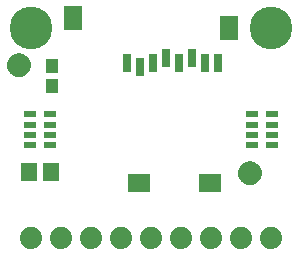
<source format=gbr>
G04 EAGLE Gerber RS-274X export*
G75*
%MOMM*%
%FSLAX34Y34*%
%LPD*%
%INSoldermask Top*%
%IPPOS*%
%AMOC8*
5,1,8,0,0,1.08239X$1,22.5*%
G01*
%ADD10C,3.617600*%
%ADD11C,1.101600*%
%ADD12C,0.500000*%
%ADD13R,1.501600X2.001600*%
%ADD14R,1.901600X1.501600*%
%ADD15R,0.801600X1.601600*%
%ADD16C,1.879600*%
%ADD17R,1.341600X1.601600*%
%ADD18R,1.101600X1.176600*%
%ADD19R,1.001600X0.551600*%


D10*
X25400Y203200D03*
X228600Y203200D03*
D11*
X15240Y171450D03*
D12*
X15240Y178950D02*
X15059Y178948D01*
X14878Y178941D01*
X14697Y178930D01*
X14516Y178915D01*
X14336Y178895D01*
X14156Y178871D01*
X13977Y178843D01*
X13799Y178810D01*
X13622Y178773D01*
X13445Y178732D01*
X13270Y178687D01*
X13095Y178637D01*
X12922Y178583D01*
X12751Y178525D01*
X12580Y178463D01*
X12412Y178396D01*
X12245Y178326D01*
X12079Y178252D01*
X11916Y178173D01*
X11755Y178091D01*
X11595Y178005D01*
X11438Y177915D01*
X11283Y177821D01*
X11130Y177724D01*
X10980Y177622D01*
X10832Y177518D01*
X10686Y177409D01*
X10544Y177298D01*
X10404Y177182D01*
X10267Y177064D01*
X10132Y176942D01*
X10001Y176817D01*
X9873Y176689D01*
X9748Y176558D01*
X9626Y176423D01*
X9508Y176286D01*
X9392Y176146D01*
X9281Y176004D01*
X9172Y175858D01*
X9068Y175710D01*
X8966Y175560D01*
X8869Y175407D01*
X8775Y175252D01*
X8685Y175095D01*
X8599Y174935D01*
X8517Y174774D01*
X8438Y174611D01*
X8364Y174445D01*
X8294Y174278D01*
X8227Y174110D01*
X8165Y173939D01*
X8107Y173768D01*
X8053Y173595D01*
X8003Y173420D01*
X7958Y173245D01*
X7917Y173068D01*
X7880Y172891D01*
X7847Y172713D01*
X7819Y172534D01*
X7795Y172354D01*
X7775Y172174D01*
X7760Y171993D01*
X7749Y171812D01*
X7742Y171631D01*
X7740Y171450D01*
X15240Y178950D02*
X15421Y178948D01*
X15602Y178941D01*
X15783Y178930D01*
X15964Y178915D01*
X16144Y178895D01*
X16324Y178871D01*
X16503Y178843D01*
X16681Y178810D01*
X16858Y178773D01*
X17035Y178732D01*
X17210Y178687D01*
X17385Y178637D01*
X17558Y178583D01*
X17729Y178525D01*
X17900Y178463D01*
X18068Y178396D01*
X18235Y178326D01*
X18401Y178252D01*
X18564Y178173D01*
X18725Y178091D01*
X18885Y178005D01*
X19042Y177915D01*
X19197Y177821D01*
X19350Y177724D01*
X19500Y177622D01*
X19648Y177518D01*
X19794Y177409D01*
X19936Y177298D01*
X20076Y177182D01*
X20213Y177064D01*
X20348Y176942D01*
X20479Y176817D01*
X20607Y176689D01*
X20732Y176558D01*
X20854Y176423D01*
X20972Y176286D01*
X21088Y176146D01*
X21199Y176004D01*
X21308Y175858D01*
X21412Y175710D01*
X21514Y175560D01*
X21611Y175407D01*
X21705Y175252D01*
X21795Y175095D01*
X21881Y174935D01*
X21963Y174774D01*
X22042Y174611D01*
X22116Y174445D01*
X22186Y174278D01*
X22253Y174110D01*
X22315Y173939D01*
X22373Y173768D01*
X22427Y173595D01*
X22477Y173420D01*
X22522Y173245D01*
X22563Y173068D01*
X22600Y172891D01*
X22633Y172713D01*
X22661Y172534D01*
X22685Y172354D01*
X22705Y172174D01*
X22720Y171993D01*
X22731Y171812D01*
X22738Y171631D01*
X22740Y171450D01*
X22738Y171269D01*
X22731Y171088D01*
X22720Y170907D01*
X22705Y170726D01*
X22685Y170546D01*
X22661Y170366D01*
X22633Y170187D01*
X22600Y170009D01*
X22563Y169832D01*
X22522Y169655D01*
X22477Y169480D01*
X22427Y169305D01*
X22373Y169132D01*
X22315Y168961D01*
X22253Y168790D01*
X22186Y168622D01*
X22116Y168455D01*
X22042Y168289D01*
X21963Y168126D01*
X21881Y167965D01*
X21795Y167805D01*
X21705Y167648D01*
X21611Y167493D01*
X21514Y167340D01*
X21412Y167190D01*
X21308Y167042D01*
X21199Y166896D01*
X21088Y166754D01*
X20972Y166614D01*
X20854Y166477D01*
X20732Y166342D01*
X20607Y166211D01*
X20479Y166083D01*
X20348Y165958D01*
X20213Y165836D01*
X20076Y165718D01*
X19936Y165602D01*
X19794Y165491D01*
X19648Y165382D01*
X19500Y165278D01*
X19350Y165176D01*
X19197Y165079D01*
X19042Y164985D01*
X18885Y164895D01*
X18725Y164809D01*
X18564Y164727D01*
X18401Y164648D01*
X18235Y164574D01*
X18068Y164504D01*
X17900Y164437D01*
X17729Y164375D01*
X17558Y164317D01*
X17385Y164263D01*
X17210Y164213D01*
X17035Y164168D01*
X16858Y164127D01*
X16681Y164090D01*
X16503Y164057D01*
X16324Y164029D01*
X16144Y164005D01*
X15964Y163985D01*
X15783Y163970D01*
X15602Y163959D01*
X15421Y163952D01*
X15240Y163950D01*
X15059Y163952D01*
X14878Y163959D01*
X14697Y163970D01*
X14516Y163985D01*
X14336Y164005D01*
X14156Y164029D01*
X13977Y164057D01*
X13799Y164090D01*
X13622Y164127D01*
X13445Y164168D01*
X13270Y164213D01*
X13095Y164263D01*
X12922Y164317D01*
X12751Y164375D01*
X12580Y164437D01*
X12412Y164504D01*
X12245Y164574D01*
X12079Y164648D01*
X11916Y164727D01*
X11755Y164809D01*
X11595Y164895D01*
X11438Y164985D01*
X11283Y165079D01*
X11130Y165176D01*
X10980Y165278D01*
X10832Y165382D01*
X10686Y165491D01*
X10544Y165602D01*
X10404Y165718D01*
X10267Y165836D01*
X10132Y165958D01*
X10001Y166083D01*
X9873Y166211D01*
X9748Y166342D01*
X9626Y166477D01*
X9508Y166614D01*
X9392Y166754D01*
X9281Y166896D01*
X9172Y167042D01*
X9068Y167190D01*
X8966Y167340D01*
X8869Y167493D01*
X8775Y167648D01*
X8685Y167805D01*
X8599Y167965D01*
X8517Y168126D01*
X8438Y168289D01*
X8364Y168455D01*
X8294Y168622D01*
X8227Y168790D01*
X8165Y168961D01*
X8107Y169132D01*
X8053Y169305D01*
X8003Y169480D01*
X7958Y169655D01*
X7917Y169832D01*
X7880Y170009D01*
X7847Y170187D01*
X7819Y170366D01*
X7795Y170546D01*
X7775Y170726D01*
X7760Y170907D01*
X7749Y171088D01*
X7742Y171269D01*
X7740Y171450D01*
D11*
X210820Y80010D03*
D12*
X210820Y87510D02*
X210639Y87508D01*
X210458Y87501D01*
X210277Y87490D01*
X210096Y87475D01*
X209916Y87455D01*
X209736Y87431D01*
X209557Y87403D01*
X209379Y87370D01*
X209202Y87333D01*
X209025Y87292D01*
X208850Y87247D01*
X208675Y87197D01*
X208502Y87143D01*
X208331Y87085D01*
X208160Y87023D01*
X207992Y86956D01*
X207825Y86886D01*
X207659Y86812D01*
X207496Y86733D01*
X207335Y86651D01*
X207175Y86565D01*
X207018Y86475D01*
X206863Y86381D01*
X206710Y86284D01*
X206560Y86182D01*
X206412Y86078D01*
X206266Y85969D01*
X206124Y85858D01*
X205984Y85742D01*
X205847Y85624D01*
X205712Y85502D01*
X205581Y85377D01*
X205453Y85249D01*
X205328Y85118D01*
X205206Y84983D01*
X205088Y84846D01*
X204972Y84706D01*
X204861Y84564D01*
X204752Y84418D01*
X204648Y84270D01*
X204546Y84120D01*
X204449Y83967D01*
X204355Y83812D01*
X204265Y83655D01*
X204179Y83495D01*
X204097Y83334D01*
X204018Y83171D01*
X203944Y83005D01*
X203874Y82838D01*
X203807Y82670D01*
X203745Y82499D01*
X203687Y82328D01*
X203633Y82155D01*
X203583Y81980D01*
X203538Y81805D01*
X203497Y81628D01*
X203460Y81451D01*
X203427Y81273D01*
X203399Y81094D01*
X203375Y80914D01*
X203355Y80734D01*
X203340Y80553D01*
X203329Y80372D01*
X203322Y80191D01*
X203320Y80010D01*
X210820Y87510D02*
X211001Y87508D01*
X211182Y87501D01*
X211363Y87490D01*
X211544Y87475D01*
X211724Y87455D01*
X211904Y87431D01*
X212083Y87403D01*
X212261Y87370D01*
X212438Y87333D01*
X212615Y87292D01*
X212790Y87247D01*
X212965Y87197D01*
X213138Y87143D01*
X213309Y87085D01*
X213480Y87023D01*
X213648Y86956D01*
X213815Y86886D01*
X213981Y86812D01*
X214144Y86733D01*
X214305Y86651D01*
X214465Y86565D01*
X214622Y86475D01*
X214777Y86381D01*
X214930Y86284D01*
X215080Y86182D01*
X215228Y86078D01*
X215374Y85969D01*
X215516Y85858D01*
X215656Y85742D01*
X215793Y85624D01*
X215928Y85502D01*
X216059Y85377D01*
X216187Y85249D01*
X216312Y85118D01*
X216434Y84983D01*
X216552Y84846D01*
X216668Y84706D01*
X216779Y84564D01*
X216888Y84418D01*
X216992Y84270D01*
X217094Y84120D01*
X217191Y83967D01*
X217285Y83812D01*
X217375Y83655D01*
X217461Y83495D01*
X217543Y83334D01*
X217622Y83171D01*
X217696Y83005D01*
X217766Y82838D01*
X217833Y82670D01*
X217895Y82499D01*
X217953Y82328D01*
X218007Y82155D01*
X218057Y81980D01*
X218102Y81805D01*
X218143Y81628D01*
X218180Y81451D01*
X218213Y81273D01*
X218241Y81094D01*
X218265Y80914D01*
X218285Y80734D01*
X218300Y80553D01*
X218311Y80372D01*
X218318Y80191D01*
X218320Y80010D01*
X218318Y79829D01*
X218311Y79648D01*
X218300Y79467D01*
X218285Y79286D01*
X218265Y79106D01*
X218241Y78926D01*
X218213Y78747D01*
X218180Y78569D01*
X218143Y78392D01*
X218102Y78215D01*
X218057Y78040D01*
X218007Y77865D01*
X217953Y77692D01*
X217895Y77521D01*
X217833Y77350D01*
X217766Y77182D01*
X217696Y77015D01*
X217622Y76849D01*
X217543Y76686D01*
X217461Y76525D01*
X217375Y76365D01*
X217285Y76208D01*
X217191Y76053D01*
X217094Y75900D01*
X216992Y75750D01*
X216888Y75602D01*
X216779Y75456D01*
X216668Y75314D01*
X216552Y75174D01*
X216434Y75037D01*
X216312Y74902D01*
X216187Y74771D01*
X216059Y74643D01*
X215928Y74518D01*
X215793Y74396D01*
X215656Y74278D01*
X215516Y74162D01*
X215374Y74051D01*
X215228Y73942D01*
X215080Y73838D01*
X214930Y73736D01*
X214777Y73639D01*
X214622Y73545D01*
X214465Y73455D01*
X214305Y73369D01*
X214144Y73287D01*
X213981Y73208D01*
X213815Y73134D01*
X213648Y73064D01*
X213480Y72997D01*
X213309Y72935D01*
X213138Y72877D01*
X212965Y72823D01*
X212790Y72773D01*
X212615Y72728D01*
X212438Y72687D01*
X212261Y72650D01*
X212083Y72617D01*
X211904Y72589D01*
X211724Y72565D01*
X211544Y72545D01*
X211363Y72530D01*
X211182Y72519D01*
X211001Y72512D01*
X210820Y72510D01*
X210639Y72512D01*
X210458Y72519D01*
X210277Y72530D01*
X210096Y72545D01*
X209916Y72565D01*
X209736Y72589D01*
X209557Y72617D01*
X209379Y72650D01*
X209202Y72687D01*
X209025Y72728D01*
X208850Y72773D01*
X208675Y72823D01*
X208502Y72877D01*
X208331Y72935D01*
X208160Y72997D01*
X207992Y73064D01*
X207825Y73134D01*
X207659Y73208D01*
X207496Y73287D01*
X207335Y73369D01*
X207175Y73455D01*
X207018Y73545D01*
X206863Y73639D01*
X206710Y73736D01*
X206560Y73838D01*
X206412Y73942D01*
X206266Y74051D01*
X206124Y74162D01*
X205984Y74278D01*
X205847Y74396D01*
X205712Y74518D01*
X205581Y74643D01*
X205453Y74771D01*
X205328Y74902D01*
X205206Y75037D01*
X205088Y75174D01*
X204972Y75314D01*
X204861Y75456D01*
X204752Y75602D01*
X204648Y75750D01*
X204546Y75900D01*
X204449Y76053D01*
X204355Y76208D01*
X204265Y76365D01*
X204179Y76525D01*
X204097Y76686D01*
X204018Y76849D01*
X203944Y77015D01*
X203874Y77182D01*
X203807Y77350D01*
X203745Y77521D01*
X203687Y77692D01*
X203633Y77865D01*
X203583Y78040D01*
X203538Y78215D01*
X203497Y78392D01*
X203460Y78569D01*
X203427Y78747D01*
X203399Y78926D01*
X203375Y79106D01*
X203355Y79286D01*
X203340Y79467D01*
X203329Y79648D01*
X203322Y79829D01*
X203320Y80010D01*
D13*
X192850Y202710D03*
X60850Y211710D03*
D14*
X176850Y71710D03*
X116850Y71710D03*
D15*
X183850Y173710D03*
X172850Y173710D03*
X161850Y177710D03*
X150850Y173710D03*
X139850Y177710D03*
X128850Y173710D03*
X117850Y169710D03*
X106850Y173710D03*
D16*
X25400Y25400D03*
X50800Y25400D03*
X76200Y25400D03*
X101600Y25400D03*
X127000Y25400D03*
X152400Y25400D03*
X177800Y25400D03*
X203200Y25400D03*
X228600Y25400D03*
D17*
X23520Y81280D03*
X42520Y81280D03*
D18*
X43180Y171060D03*
X43180Y154060D03*
D19*
X41520Y129840D03*
X24520Y129840D03*
X41520Y120840D03*
X41520Y112840D03*
X41520Y103840D03*
X24520Y103840D03*
X24520Y120840D03*
X24520Y112840D03*
X212480Y103840D03*
X229480Y103840D03*
X212480Y112840D03*
X212480Y120840D03*
X212480Y129840D03*
X229480Y129840D03*
X229480Y112840D03*
X229480Y120840D03*
M02*

</source>
